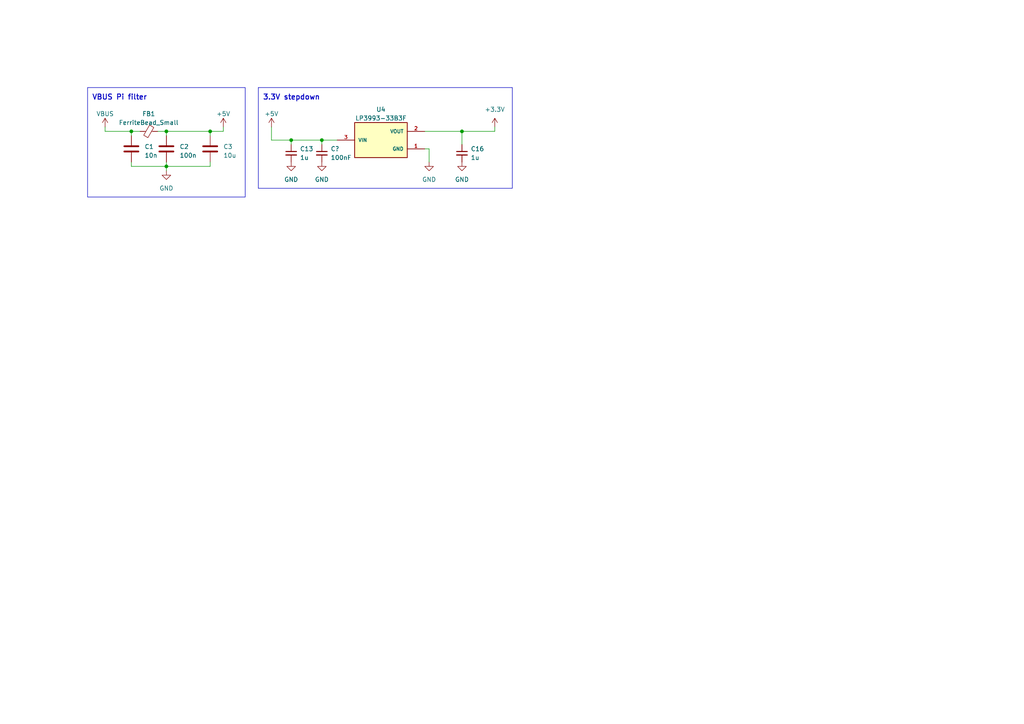
<source format=kicad_sch>
(kicad_sch (version 20230121) (generator eeschema)
  (paper "A4")
  (lib_symbols
    (symbol "+3.3V_1" (power) (pin_names (offset 0))
      (property "Value" "+3.3V_1" (at 0 3.556 0))
      (symbol "+3.3V_1_0_1"
        (polyline (pts (xy -0.762 1.27) (xy 0 2.54)))
        (polyline (pts (xy 0 0) (xy 0 2.54)))
        (polyline (pts (xy 0 2.54) (xy 0.762 1.27)))
      )
      (symbol "+3.3V_1_1_1"
        (pin power_in line (at 0 0 90) (length 0) hide (name "+3.3V") (number "1"))
      )
    )
    (symbol "AP2210N-3.3TRG1:AP2210N-3.3TRG1" (pin_names (offset 1.016))
      (property "Reference" "U" (at -7.3776 5.3424 0))
      (property "Value" "AP2210N-3.3TRG1" (at -7.3722 -6.8637 0))
      (symbol "AP2210N-3.3TRG1_0_0"
        (rectangle (start -7.62 -5.08) (end 7.62 5.08) (stroke (width 0.254)) (fill (type background)))
        (pin power_in line (at 12.7 -2.54 180) (length 5.08) (name "GND") (number "1"))
        (pin output line (at 12.7 2.54 180) (length 5.08) (name "VOUT") (number "2"))
        (pin input line (at -12.7 0 0) (length 5.08) (name "VIN") (number "3"))
      )
    )
    (symbol "Device:C" (pin_numbers hide) (pin_names (offset 0.254))
      (property "Reference" "C" (at 0.635 2.54 0))
      (property "Value" "C" (at 0.635 -2.54 0))
      (symbol "C_0_1"
        (polyline (pts (xy -2.032 -0.762) (xy 2.032 -0.762)) (stroke (width 0.508)))
        (polyline (pts (xy -2.032 0.762) (xy 2.032 0.762)) (stroke (width 0.508)))
      )
      (symbol "C_1_1"
        (pin passive line (at 0 3.81 270) (length 2.794) (name "~") (number "1"))
        (pin passive line (at 0 -3.81 90) (length 2.794) (name "~") (number "2"))
      )
    )
    (symbol "Device:C_Small" (pin_numbers hide) (pin_names (offset 0.254) hide)
      (property "Reference" "C" (at 0.254 1.778 0))
      (property "Value" "C_Small" (at 0.254 -2.032 0))
      (symbol "C_Small_0_1"
        (polyline (pts (xy -1.524 -0.508) (xy 1.524 -0.508)) (stroke (width 0.3302)))
        (polyline (pts (xy -1.524 0.508) (xy 1.524 0.508)) (stroke (width 0.3048)))
      )
      (symbol "C_Small_1_1"
        (pin passive line (at 0 2.54 270) (length 2.032) (name "~") (number "1"))
        (pin passive line (at 0 -2.54 90) (length 2.032) (name "~") (number "2"))
      )
    )
    (symbol "Device:FerriteBead_Small" (pin_numbers hide) (pin_names (offset 0))
      (property "Reference" "FB" (at 1.905 1.27 0))
      (property "Value" "FerriteBead_Small" (at 1.905 -1.27 0))
      (symbol "FerriteBead_Small_0_1"
        (polyline (pts (xy 0 -1.27) (xy 0 -0.7874)))
        (polyline (pts (xy 0 0.889) (xy 0 1.2954)))
        (polyline (pts (xy -1.8288 0.2794) (xy -1.1176 1.4986) (xy 1.8288 -0.2032) (xy 1.1176 -1.4224) (xy -1.8288 0.2794)))
      )
      (symbol "FerriteBead_Small_1_1"
        (pin passive line (at 0 2.54 270) (length 1.27) (name "~") (number "1"))
        (pin passive line (at 0 -2.54 90) (length 1.27) (name "~") (number "2"))
      )
    )
    (symbol "GND_2" (power) (pin_names (offset 0))
      (property "Value" "GND_2" (at 0 -3.81 0))
      (symbol "GND_2_0_1"
        (polyline (pts (xy 0 0) (xy 0 -1.27) (xy 1.27 -1.27) (xy 0 -2.54) (xy -1.27 -1.27) (xy 0 -1.27)))
      )
      (symbol "GND_2_1_1"
        (pin power_in line (at 0 0 270) (length 0) hide (name "GND") (number "1"))
      )
    )
    (symbol "power:+5V" (power) (pin_names (offset 0))
      (property "Value" "+5V" (at 0 3.556 0))
      (symbol "+5V_0_1"
        (polyline (pts (xy -0.762 1.27) (xy 0 2.54)))
        (polyline (pts (xy 0 0) (xy 0 2.54)))
        (polyline (pts (xy 0 2.54) (xy 0.762 1.27)))
      )
      (symbol "+5V_1_1"
        (pin power_in line (at 0 0 90) (length 0) hide (name "+5V") (number "1"))
      )
    )
    (symbol "power:GND" (power) (pin_names (offset 0))
      (property "Value" "GND" (at 0 -3.81 0))
      (symbol "GND_0_1"
        (polyline (pts (xy 0 0) (xy 0 -1.27) (xy 1.27 -1.27) (xy 0 -2.54) (xy -1.27 -1.27) (xy 0 -1.27)))
      )
      (symbol "GND_1_1"
        (pin power_in line (at 0 0 270) (length 0) hide (name "GND") (number "1"))
      )
    )
    (symbol "power:VBUS" (power) (pin_names (offset 0))
      (property "Value" "VBUS" (at 0 3.81 0))
      (symbol "VBUS_0_1"
        (polyline (pts (xy -0.762 1.27) (xy 0 2.54)))
        (polyline (pts (xy 0 0) (xy 0 2.54)))
        (polyline (pts (xy 0 2.54) (xy 0.762 1.27)))
      )
      (symbol "VBUS_1_1"
        (pin power_in line (at 0 0 90) (length 0) hide (name "VBUS") (number "1"))
      )
    )
  )
  (junction (at 48.26 38.1))
  (junction (at 84.455 40.64))
  (junction (at 48.26 48.26))
  (junction (at 133.985 38.1))
  (junction (at 60.96 38.1))
  (junction (at 93.345 40.64))
  (junction (at 38.1 38.1))
  (polyline (pts (xy 74.93 54.61) (xy 148.59 54.61)))
  (wire (pts (xy 48.26 38.1) (xy 48.26 39.37)))
  (polyline (pts (xy 148.59 54.61) (xy 148.59 25.4)))
  (wire (pts (xy 30.48 38.1) (xy 38.1 38.1)))
  (wire (pts (xy 38.1 38.1) (xy 40.64 38.1)))
  (wire (pts (xy 97.79 40.64) (xy 93.345 40.64)))
  (wire (pts (xy 60.96 46.99) (xy 60.96 48.26)))
  (wire (pts (xy 60.96 38.1) (xy 64.77 38.1)))
  (wire (pts (xy 30.48 36.83) (xy 30.48 38.1)))
  (wire (pts (xy 93.345 41.91) (xy 93.345 40.64)))
  (wire (pts (xy 123.19 38.1) (xy 133.985 38.1)))
  (wire (pts (xy 143.51 38.1) (xy 143.51 36.83)))
  (wire (pts (xy 123.19 43.18) (xy 124.46 43.18)))
  (wire (pts (xy 60.96 38.1) (xy 60.96 39.37)))
  (wire (pts (xy 124.46 43.18) (xy 124.46 46.99)))
  (wire (pts (xy 84.455 40.64) (xy 84.455 41.91)))
  (wire (pts (xy 64.77 38.1) (xy 64.77 36.83)))
  (wire (pts (xy 48.26 46.99) (xy 48.26 48.26)))
  (wire (pts (xy 38.1 38.1) (xy 38.1 39.37)))
  (wire (pts (xy 133.985 38.1) (xy 133.985 41.91)))
  (wire (pts (xy 48.26 48.26) (xy 48.26 49.53)))
  (polyline (pts (xy 74.93 25.4) (xy 148.59 25.4)))
  (wire (pts (xy 84.455 40.64) (xy 93.345 40.64)))
  (wire (pts (xy 78.74 40.64) (xy 84.455 40.64)))
  (wire (pts (xy 60.96 48.26) (xy 48.26 48.26)))
  (wire (pts (xy 133.985 38.1) (xy 143.51 38.1)))
  (wire (pts (xy 78.74 36.83) (xy 78.74 40.64)))
  (wire (pts (xy 38.1 46.99) (xy 38.1 48.26)))
  (wire (pts (xy 38.1 48.26) (xy 48.26 48.26)))
  (polyline (pts (xy 74.93 25.4) (xy 74.93 54.61)))
  (wire (pts (xy 48.26 38.1) (xy 60.96 38.1)))
  (wire (pts (xy 45.72 38.1) (xy 48.26 38.1)))
  (rectangle (start 25.4 25.4) (end 71.12 57.15))
  (text "VBUS Pi filter" (at 26.67 29.21 0) (effects (font (size 1.5 1.5) (thickness 0.254) bold) (justify left bottom)))
  (text "3.3V stepdown" (at 76.2 29.21 0) (effects (font (size 1.5 1.5) (thickness 0.254) bold) (justify left bottom)))
  (symbol (lib_id "power:VBUS") (at 30.48 36.83 0) (unit 1)
    (property "Reference" "#PWR01" (effects hide))
    (property "Value" "VBUS" (at 30.48 33.02 0))
  )
  (symbol (lib_id "power:+5V") (at 78.74 36.83 0) (unit 1)
    (property "Reference" "#PWR08" (effects hide))
    (property "Value" "+5V" (at 78.74 33.02 0))
  )
  (symbol (lib_name "GND_2") (lib_id "power:GND") (at 48.26 49.53 0) (unit 1)
    (property "Reference" "#PWR05" (effects hide))
    (property "Value" "GND" (at 48.26 54.61 0))
  )
  (symbol (lib_id "Device:C") (at 38.1 43.18 0) (unit 1)
    (property "Reference" "C1" (at 41.91 42.545 0) (effects (justify left)))
    (property "Value" "10n" (at 41.91 45.085 0) (effects (justify left)))
    (property "Footprint" "Capacitor_SMD:C_0603_1608Metric" (effects hide))
  )
  (symbol (lib_id "Device:C_Small") (at 93.345 44.45 0) (unit 1)
    (property "Reference" "C?" (at 95.885 43.18 0) (effects (justify left)))
    (property "Value" "100nF" (at 95.885 45.72 0) (effects (justify left)))
    (property "Footprint" "Capacitor_SMD:C_0603_1608Metric" (effects hide))
    (instances (project "neptune" (path "" (reference "C?") (unit 1)) (path "" (reference "C4") (unit 1)) (path "" (reference "C6") (unit 1))) (project "keyboard" (path "" (reference "C5") (unit 1))))
  )
  (symbol (lib_name "+3.3V_1") (lib_id "power:+3.3V") (at 143.51 36.83 0) (mirror y) (unit 1)
    (property "Reference" "#PWR030" (effects hide))
    (property "Value" "+3.3V" (at 143.51 31.75 0))
    (instances (project "neptune" (path "" (reference "#PWR030") (unit 1))) (project "keyboard" (path "" (reference "#PWR033") (unit 1))))
  )
  (symbol (lib_id "Device:C") (at 60.96 43.18 0) (unit 1)
    (property "Reference" "C3" (at 64.77 42.545 0) (effects (justify left)))
    (property "Value" "10u" (at 64.77 45.085 0) (effects (justify left)))
    (property "Footprint" "Capacitor_SMD:C_0805_2012Metric" (effects hide))
    (property "LCSC" "C396720" (effects hide))
  )
  (symbol (lib_id "power:GND") (at 133.985 46.99 0) (mirror y) (unit 1)
    (property "Reference" "#PWR028" (effects hide))
    (property "Value" "GND" (at 133.985 52.07 0))
    (instances (project "neptune" (path "" (reference "#PWR028") (unit 1))) (project "keyboard" (path "" (reference "#PWR032") (unit 1))))
  )
  (symbol (lib_id "power:+5V") (at 64.77 36.83 0) (unit 1)
    (property "Reference" "#PWR07" (effects hide))
    (property "Value" "+5V" (at 64.77 33.02 0))
  )
  (symbol (lib_id "Device:C_Small") (at 133.985 44.45 0) (mirror y) (unit 1)
    (property "Reference" "C16" (at 136.525 43.1862 0) (effects (justify right)))
    (property "Value" "1u" (at 136.525 45.7262 0) (effects (justify right)))
    (property "Footprint" "Capacitor_SMD:C_0603_1608Metric" (effects hide))
  )
  (symbol (lib_id "power:GND") (at 124.46 46.99 0) (unit 1)
    (property "Reference" "#PWR027" (effects hide))
    (property "Value" "GND" (at 124.46 52.07 0))
    (instances (project "neptune" (path "" (reference "#PWR027") (unit 1))) (project "keyboard" (path "" (reference "#PWR031") (unit 1))))
  )
  (symbol (lib_id "Device:C_Small") (at 84.455 44.45 0) (mirror y) (unit 1)
    (property "Reference" "C13" (at 86.995 43.1862 0) (effects (justify right)))
    (property "Value" "1u" (at 86.995 45.7262 0) (effects (justify right)))
    (property "Footprint" "Capacitor_SMD:C_0603_1608Metric" (effects hide))
    (instances (project "neptune" (path "" (reference "C13") (unit 1))) (project "keyboard" (path "" (reference "C4") (unit 1))))
  )
  (symbol (lib_id "AP2210N-3.3TRG1:AP2210N-3.3TRG1") (at 110.49 40.64 0) (unit 1)
    (property "Reference" "U4" (at 110.49 31.75 0))
    (property "Value" "LP3993-33B3F" (at 110.49 34.29 0))
    (property "Footprint" "Package_TO_SOT_SMD:SOT-23" (effects hide))
    (property "Datasheet" "https://jlcpcb.com/partdetail/Lowpower-LP399333B3F/C387705" (effects hide))
    (property "LCSC" "C387705" (effects hide))
    (instances (project "neptune" (path "" (reference "U4") (unit 1))) (project "keyboard" (path "" (reference "U1") (unit 1))))
  )
  (symbol (lib_id "Device:C") (at 48.26 43.18 0) (unit 1)
    (property "Reference" "C2" (at 52.07 42.545 0) (effects (justify left)))
    (property "Value" "100n" (at 52.07 45.085 0) (effects (justify left)))
    (property "Footprint" "Capacitor_SMD:C_0603_1608Metric" (effects hide))
  )
  (symbol (lib_id "power:GND") (at 84.455 46.99 0) (mirror y) (unit 1)
    (property "Reference" "#PWR023" (effects hide))
    (property "Value" "GND" (at 84.455 52.07 0))
    (instances (project "neptune" (path "" (reference "#PWR023") (unit 1))) (project "keyboard" (path "" (reference "#PWR09") (unit 1))))
  )
  (symbol (lib_id "power:GND") (at 93.345 46.99 0) (mirror y) (unit 1)
    (property "Reference" "#PWR025" (effects hide))
    (property "Value" "GND" (at 93.345 52.07 0))
    (instances (project "neptune" (path "" (reference "#PWR025") (unit 1))) (project "keyboard" (path "" (reference "#PWR016") (unit 1))))
  )
  (symbol (lib_id "Device:FerriteBead_Small") (at 43.18 38.1 90) (unit 1)
    (property "Reference" "FB1" (at 43.1419 33.02 90))
    (property "Value" "FerriteBead_Small" (at 43.1419 35.56 90))
    (property "Footprint" "Inductor_SMD:L_0603_1608Metric" (effects hide))
    (property "LCSC" "C80165" (effects hide))
  )
)
</source>
